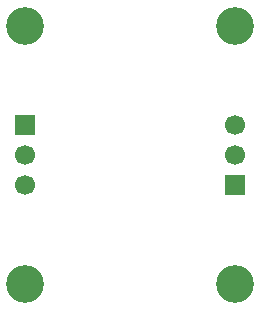
<source format=gbr>
%TF.GenerationSoftware,KiCad,Pcbnew,9.0.7*%
%TF.CreationDate,2026-01-27T19:55:09-08:00*%
%TF.ProjectId,gm_pogopin,676d5f70-6f67-46f7-9069-6e2e6b696361,rev?*%
%TF.SameCoordinates,Original*%
%TF.FileFunction,Soldermask,Bot*%
%TF.FilePolarity,Negative*%
%FSLAX46Y46*%
G04 Gerber Fmt 4.6, Leading zero omitted, Abs format (unit mm)*
G04 Created by KiCad (PCBNEW 9.0.7) date 2026-01-27 19:55:09*
%MOMM*%
%LPD*%
G01*
G04 APERTURE LIST*
%ADD10R,1.700000X1.700000*%
%ADD11C,1.700000*%
%ADD12C,3.200000*%
G04 APERTURE END LIST*
D10*
%TO.C,J2*%
X163830000Y-89662000D03*
D11*
X163830000Y-87122000D03*
X163830000Y-84582000D03*
%TD*%
D12*
%TO.C,H3*%
X146050000Y-98044000D03*
%TD*%
%TO.C,H1*%
X146050000Y-76200000D03*
%TD*%
%TO.C,H2*%
X163830000Y-76200000D03*
%TD*%
%TO.C,H4*%
X163830000Y-98044000D03*
%TD*%
D10*
%TO.C,J1*%
X146050000Y-84582000D03*
D11*
X146050000Y-87122000D03*
X146050000Y-89662000D03*
%TD*%
M02*

</source>
